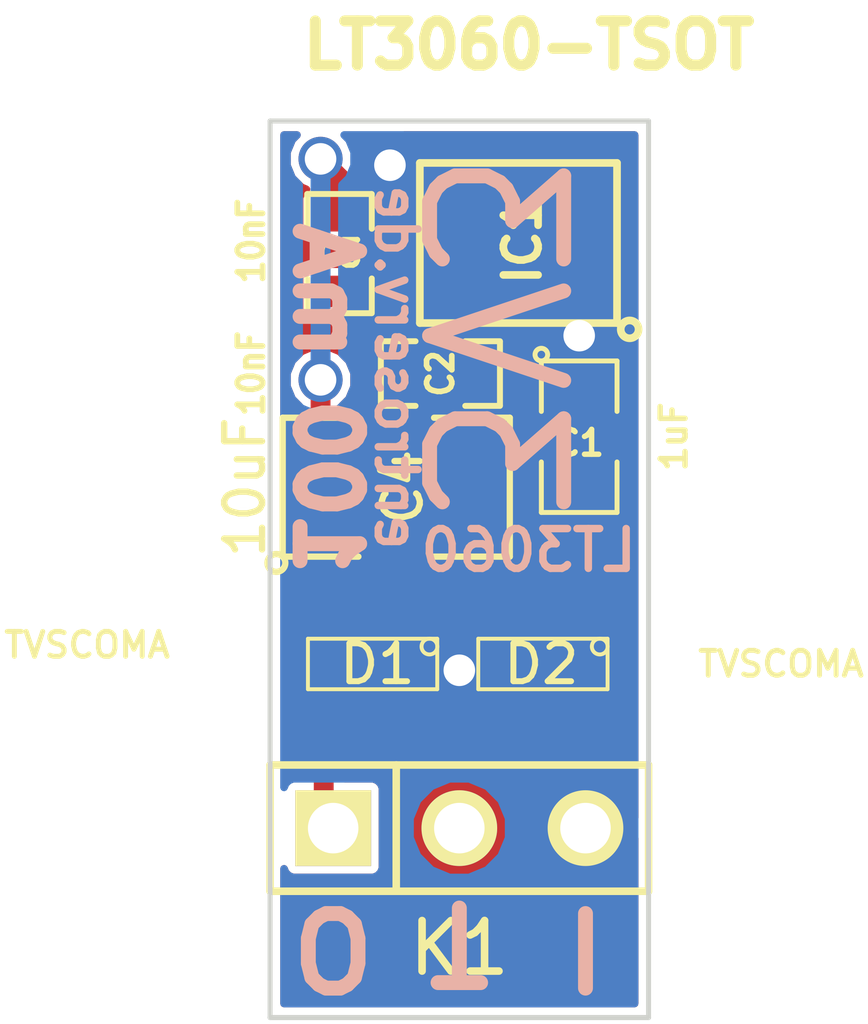
<source format=kicad_pcb>
(kicad_pcb (version 3) (host pcbnew "(2013-07-07 BZR 4022)-stable")

  (general
    (links 19)
    (no_connects 0)
    (area 47.507548 47.0011 65.776452 68.9372)
    (thickness 1.6)
    (drawings 12)
    (tracks 31)
    (zones 0)
    (modules 8)
    (nets 7)
  )

  (page A3)
  (layers
    (15 F.Cu signal)
    (0 B.Cu signal)
    (16 B.Adhes user)
    (17 F.Adhes user)
    (18 B.Paste user)
    (19 F.Paste user)
    (20 B.SilkS user)
    (21 F.SilkS user)
    (22 B.Mask user)
    (23 F.Mask user)
    (24 Dwgs.User user)
    (25 Cmts.User user)
    (26 Eco1.User user)
    (27 Eco2.User user)
    (28 Edge.Cuts user)
  )

  (setup
    (last_trace_width 0.4)
    (trace_clearance 0.154)
    (zone_clearance 0.154)
    (zone_45_only no)
    (trace_min 0.254)
    (segment_width 0.2)
    (edge_width 0.1)
    (via_size 0.889)
    (via_drill 0.635)
    (via_min_size 0.889)
    (via_min_drill 0.508)
    (uvia_size 0.508)
    (uvia_drill 0.127)
    (uvias_allowed no)
    (uvia_min_size 0.508)
    (uvia_min_drill 0.127)
    (pcb_text_width 0.3)
    (pcb_text_size 1.5 1.5)
    (mod_edge_width 0.154)
    (mod_text_size 1 1)
    (mod_text_width 0.15)
    (pad_size 1.5 1.5)
    (pad_drill 0.6)
    (pad_to_mask_clearance 0)
    (aux_axis_origin 0 0)
    (visible_elements 7FFFFFFF)
    (pcbplotparams
      (layerselection 284196865)
      (usegerberextensions true)
      (excludeedgelayer true)
      (linewidth 0.150000)
      (plotframeref false)
      (viasonmask false)
      (mode 1)
      (useauxorigin false)
      (hpglpennumber 1)
      (hpglpenspeed 20)
      (hpglpendiameter 15)
      (hpglpenoverlay 2)
      (psnegative false)
      (psa4output false)
      (plotreference true)
      (plotvalue true)
      (plotothertext true)
      (plotinvisibletext false)
      (padsonsilk false)
      (subtractmaskfromsilk false)
      (outputformat 1)
      (mirror false)
      (drillshape 0)
      (scaleselection 1)
      (outputdirectory ""))
  )

  (net 0 "")
  (net 1 /Vin)
  (net 2 /Vout)
  (net 3 GND)
  (net 4 N-000001)
  (net 5 N-000002)
  (net 6 N-000004)

  (net_class Default "Dies ist die voreingestellte Netzklasse."
    (clearance 0.154)
    (trace_width 0.4)
    (via_dia 0.889)
    (via_drill 0.635)
    (uvia_dia 0.508)
    (uvia_drill 0.127)
    (add_net "")
    (add_net /Vin)
    (add_net /Vout)
    (add_net GND)
    (add_net N-000001)
    (add_net N-000002)
    (add_net N-000004)
  )

  (module SM1210 (layer F.Cu) (tedit 53DE8A50) (tstamp 53DC3E22)
    (at 55.88 56.642)
    (tags "CMS SM")
    (path /53DBB648)
    (attr smd)
    (fp_text reference C4 (at 0.127 0 90) (layer F.SilkS)
      (effects (font (size 0.762 0.762) (thickness 0.127)))
    )
    (fp_text value 10uF (at -3.048 0 90) (layer F.SilkS)
      (effects (font (size 0.762 0.762) (thickness 0.127)))
    )
    (fp_circle (center -2.413 1.524) (end -2.286 1.397) (layer F.SilkS) (width 0.127))
    (fp_line (start -0.762 -1.397) (end -2.286 -1.397) (layer F.SilkS) (width 0.127))
    (fp_line (start -2.286 -1.397) (end -2.286 1.397) (layer F.SilkS) (width 0.127))
    (fp_line (start -2.286 1.397) (end -0.762 1.397) (layer F.SilkS) (width 0.127))
    (fp_line (start 0.762 1.397) (end 2.286 1.397) (layer F.SilkS) (width 0.127))
    (fp_line (start 2.286 1.397) (end 2.286 -1.397) (layer F.SilkS) (width 0.127))
    (fp_line (start 2.286 -1.397) (end 0.762 -1.397) (layer F.SilkS) (width 0.127))
    (pad 1 smd rect (at -1.524 0) (size 1.27 2.54)
      (layers F.Cu F.Paste F.Mask)
      (net 2 /Vout)
    )
    (pad 2 smd rect (at 1.524 0) (size 1.27 2.54)
      (layers F.Cu F.Paste F.Mask)
      (net 3 GND)
    )
    (model smd/chip_cms.wrl
      (at (xyz 0 0 0))
      (scale (xyz 0.17 0.2 0.17))
      (rotate (xyz 0 0 0))
    )
  )

  (module SM0805 (layer F.Cu) (tedit 53DE8A44) (tstamp 53DC3E2F)
    (at 59.563 55.626 270)
    (path /53DBB64E)
    (attr smd)
    (fp_text reference C1 (at 0.127 0 360) (layer F.SilkS)
      (effects (font (size 0.50038 0.50038) (thickness 0.10922)))
    )
    (fp_text value 1uF (at 0 -1.905 270) (layer F.SilkS)
      (effects (font (size 0.50038 0.50038) (thickness 0.10922)))
    )
    (fp_circle (center -1.651 0.762) (end -1.651 0.635) (layer F.SilkS) (width 0.09906))
    (fp_line (start -0.508 0.762) (end -1.524 0.762) (layer F.SilkS) (width 0.09906))
    (fp_line (start -1.524 0.762) (end -1.524 -0.762) (layer F.SilkS) (width 0.09906))
    (fp_line (start -1.524 -0.762) (end -0.508 -0.762) (layer F.SilkS) (width 0.09906))
    (fp_line (start 0.508 -0.762) (end 1.524 -0.762) (layer F.SilkS) (width 0.09906))
    (fp_line (start 1.524 -0.762) (end 1.524 0.762) (layer F.SilkS) (width 0.09906))
    (fp_line (start 1.524 0.762) (end 0.508 0.762) (layer F.SilkS) (width 0.09906))
    (pad 1 smd rect (at -0.9525 0 270) (size 0.889 1.397)
      (layers F.Cu F.Paste F.Mask)
      (net 1 /Vin)
    )
    (pad 2 smd rect (at 0.9525 0 270) (size 0.889 1.397)
      (layers F.Cu F.Paste F.Mask)
      (net 3 GND)
    )
    (model smd/chip_cms.wrl
      (at (xyz 0 0 0))
      (scale (xyz 0.1 0.1 0.1))
      (rotate (xyz 0 0 0))
    )
  )

  (module SM0603_Capa (layer F.Cu) (tedit 53DE8A55) (tstamp 53DC3E3B)
    (at 56.769 54.356)
    (path /53DBB623)
    (attr smd)
    (fp_text reference C2 (at 0 0 90) (layer F.SilkS)
      (effects (font (size 0.508 0.4572) (thickness 0.1143)))
    )
    (fp_text value 10nF (at -3.81 0 90) (layer F.SilkS)
      (effects (font (size 0.508 0.4572) (thickness 0.1143)))
    )
    (fp_line (start 0.50038 0.65024) (end 1.19888 0.65024) (layer F.SilkS) (width 0.11938))
    (fp_line (start -0.50038 0.65024) (end -1.19888 0.65024) (layer F.SilkS) (width 0.11938))
    (fp_line (start 0.50038 -0.65024) (end 1.19888 -0.65024) (layer F.SilkS) (width 0.11938))
    (fp_line (start -1.19888 -0.65024) (end -0.50038 -0.65024) (layer F.SilkS) (width 0.11938))
    (fp_line (start 1.19888 -0.635) (end 1.19888 0.635) (layer F.SilkS) (width 0.11938))
    (fp_line (start -1.19888 0.635) (end -1.19888 -0.635) (layer F.SilkS) (width 0.11938))
    (pad 1 smd rect (at -0.762 0) (size 0.635 1.143)
      (layers F.Cu F.Paste F.Mask)
      (net 4 N-000001)
    )
    (pad 2 smd rect (at 0.762 0) (size 0.635 1.143)
      (layers F.Cu F.Paste F.Mask)
      (net 3 GND)
    )
    (model smd\capacitors\C0603.wrl
      (at (xyz 0 0 0.001))
      (scale (xyz 0.5 0.5 0.5))
      (rotate (xyz 0 0 0))
    )
  )

  (module SM0603_Capa (layer F.Cu) (tedit 53DE8A60) (tstamp 53DC3E47)
    (at 54.737 51.943 270)
    (path /53DBB63F)
    (attr smd)
    (fp_text reference C3 (at 0 0 360) (layer F.SilkS)
      (effects (font (size 0.508 0.4572) (thickness 0.1143)))
    )
    (fp_text value 10nF (at -0.254 1.778 270) (layer F.SilkS)
      (effects (font (size 0.508 0.4572) (thickness 0.1143)))
    )
    (fp_line (start 0.50038 0.65024) (end 1.19888 0.65024) (layer F.SilkS) (width 0.11938))
    (fp_line (start -0.50038 0.65024) (end -1.19888 0.65024) (layer F.SilkS) (width 0.11938))
    (fp_line (start 0.50038 -0.65024) (end 1.19888 -0.65024) (layer F.SilkS) (width 0.11938))
    (fp_line (start -1.19888 -0.65024) (end -0.50038 -0.65024) (layer F.SilkS) (width 0.11938))
    (fp_line (start 1.19888 -0.635) (end 1.19888 0.635) (layer F.SilkS) (width 0.11938))
    (fp_line (start -1.19888 0.635) (end -1.19888 -0.635) (layer F.SilkS) (width 0.11938))
    (pad 1 smd rect (at -0.762 0 270) (size 0.635 1.143)
      (layers F.Cu F.Paste F.Mask)
      (net 2 /Vout)
    )
    (pad 2 smd rect (at 0.762 0 270) (size 0.635 1.143)
      (layers F.Cu F.Paste F.Mask)
      (net 5 N-000002)
    )
    (model smd\capacitors\C0603.wrl
      (at (xyz 0 0 0.001))
      (scale (xyz 0.5 0.5 0.5))
      (rotate (xyz 0 0 0))
    )
  )

  (module PIN_ARRAY_3X1 (layer F.Cu) (tedit 53DE8DD2) (tstamp 53DC3E53)
    (at 57.15 63.5)
    (descr "Connecteur 3 pins")
    (tags "CONN DEV")
    (path /53DBB569)
    (fp_text reference K1 (at 0 2.413) (layer F.SilkS)
      (effects (font (size 1.016 1.016) (thickness 0.1524)))
    )
    (fp_text value CONN_3 (at 0.127 4.699) (layer F.SilkS) hide
      (effects (font (size 1.016 1.016) (thickness 0.1524)))
    )
    (fp_line (start -3.81 1.27) (end -3.81 -1.27) (layer F.SilkS) (width 0.1524))
    (fp_line (start -3.81 -1.27) (end 3.81 -1.27) (layer F.SilkS) (width 0.1524))
    (fp_line (start 3.81 -1.27) (end 3.81 1.27) (layer F.SilkS) (width 0.1524))
    (fp_line (start 3.81 1.27) (end -3.81 1.27) (layer F.SilkS) (width 0.1524))
    (fp_line (start -1.27 -1.27) (end -1.27 1.27) (layer F.SilkS) (width 0.1524))
    (pad 1 thru_hole rect (at -2.54 0) (size 1.524 1.524) (drill 1.016)
      (layers *.Cu *.Mask F.SilkS)
      (net 2 /Vout)
    )
    (pad 2 thru_hole circle (at 0 0) (size 1.524 1.524) (drill 1.016)
      (layers *.Cu *.Mask F.SilkS)
      (net 3 GND)
    )
    (pad 3 thru_hole circle (at 2.54 0) (size 1.524 1.524) (drill 1.016)
      (layers *.Cu *.Mask F.SilkS)
      (net 1 /Vin)
    )
    (model pin_array/pins_array_3x1.wrl
      (at (xyz 0 0 0))
      (scale (xyz 1 1 1))
      (rotate (xyz 0 0 0))
    )
  )

  (module tsot23-8 (layer F.Cu) (tedit 53DE8A36) (tstamp 53DE8AC1)
    (at 59.69 52.705 90)
    (path /53DBE0F4)
    (fp_text reference IC1 (at 1.016 -1.27 90) (layer F.SilkS)
      (effects (font (size 0.7 0.7) (thickness 0.154)))
    )
    (fp_text value LT3060-TSOT (at 4.953 -1.143 360) (layer F.SilkS)
      (effects (font (size 0.889 0.889) (thickness 0.3048)))
    )
    (fp_circle (center -0.762 0.889) (end -0.635 1.016) (layer F.SilkS) (width 0.154))
    (fp_line (start -0.635 0.635) (end 2.58572 0.635) (layer F.SilkS) (width 0.154))
    (fp_line (start 2.58572 0.635) (end 2.58572 -3.33502) (layer F.SilkS) (width 0.154))
    (fp_line (start 2.58572 -3.33502) (end -0.635 -3.33502) (layer F.SilkS) (width 0.154))
    (fp_line (start -0.635 -3.33502) (end -0.635 0.635) (layer F.SilkS) (width 0.154))
    (pad 1 smd rect (at 0 0 90) (size 0.40132 1.3208)
      (layers F.Cu F.Paste F.Mask)
      (net 1 /Vin)
    )
    (pad 2 smd rect (at 0.65024 0 90) (size 0.40132 1.3208)
      (layers F.Cu F.Paste F.Mask)
      (net 3 GND)
    )
    (pad 3 smd rect (at 1.30048 0 90) (size 0.40132 1.3208)
      (layers F.Cu F.Paste F.Mask)
      (net 3 GND)
    )
    (pad 4 smd rect (at 1.95072 0 90) (size 0.40132 1.3208)
      (layers F.Cu F.Paste F.Mask)
      (net 3 GND)
    )
    (pad 5 smd rect (at 1.95072 -2.70002 270) (size 0.40132 1.3208)
      (layers F.Cu F.Paste F.Mask)
      (net 1 /Vin)
    )
    (pad 6 smd rect (at 1.30048 -2.70002 270) (size 0.40132 1.3208)
      (layers F.Cu F.Paste F.Mask)
      (net 2 /Vout)
    )
    (pad 7 smd rect (at 0.65024 -2.70002 270) (size 0.40132 1.3208)
      (layers F.Cu F.Paste F.Mask)
      (net 5 N-000002)
    )
    (pad 8 smd rect (at 0 -2.70002 270) (size 0.40132 1.3208)
      (layers F.Cu F.Paste F.Mask)
      (net 4 N-000001)
    )
  )

  (module SOT23 (layer F.Cu) (tedit 53FE80D9) (tstamp 53FE7FB9)
    (at 58.801 60.198 180)
    (tags SOT23)
    (path /53FE54F9)
    (fp_text reference D2 (at 0 0 180) (layer F.SilkS)
      (effects (font (size 0.762 0.762) (thickness 0.11938)))
    )
    (fp_text value TVSCOMA (at -4.826 0 180) (layer F.SilkS)
      (effects (font (size 0.50038 0.50038) (thickness 0.09906)))
    )
    (fp_circle (center -1.17602 0.35052) (end -1.30048 0.44958) (layer F.SilkS) (width 0.07874))
    (fp_line (start 1.27 -0.508) (end 1.27 0.508) (layer F.SilkS) (width 0.07874))
    (fp_line (start -1.3335 -0.508) (end -1.3335 0.508) (layer F.SilkS) (width 0.07874))
    (fp_line (start 1.27 0.508) (end -1.3335 0.508) (layer F.SilkS) (width 0.07874))
    (fp_line (start -1.3335 -0.508) (end 1.27 -0.508) (layer F.SilkS) (width 0.07874))
    (pad 3 smd rect (at 0 -1.09982 180) (size 0.8001 1.00076)
      (layers F.Cu F.Paste F.Mask)
      (net 6 N-000004)
    )
    (pad 2 smd rect (at 0.9525 1.09982 180) (size 0.8001 1.00076)
      (layers F.Cu F.Paste F.Mask)
      (net 3 GND)
    )
    (pad 1 smd rect (at -0.9525 1.09982 180) (size 0.8001 1.00076)
      (layers F.Cu F.Paste F.Mask)
      (net 3 GND)
    )
    (model smd\SOT23_3.wrl
      (at (xyz 0 0 0))
      (scale (xyz 0.4 0.4 0.4))
      (rotate (xyz 0 0 180))
    )
  )

  (module SOT23 (layer F.Cu) (tedit 53FE80D1) (tstamp 53FE7FC6)
    (at 55.372 60.198 180)
    (tags SOT23)
    (path /53FE53A3)
    (fp_text reference D1 (at -0.127 0 180) (layer F.SilkS)
      (effects (font (size 0.762 0.762) (thickness 0.11938)))
    )
    (fp_text value TVSCOMA (at 5.715 0.381 180) (layer F.SilkS)
      (effects (font (size 0.50038 0.50038) (thickness 0.09906)))
    )
    (fp_circle (center -1.17602 0.35052) (end -1.30048 0.44958) (layer F.SilkS) (width 0.07874))
    (fp_line (start 1.27 -0.508) (end 1.27 0.508) (layer F.SilkS) (width 0.07874))
    (fp_line (start -1.3335 -0.508) (end -1.3335 0.508) (layer F.SilkS) (width 0.07874))
    (fp_line (start 1.27 0.508) (end -1.3335 0.508) (layer F.SilkS) (width 0.07874))
    (fp_line (start -1.3335 -0.508) (end 1.27 -0.508) (layer F.SilkS) (width 0.07874))
    (pad 3 smd rect (at 0 -1.09982 180) (size 0.8001 1.00076)
      (layers F.Cu F.Paste F.Mask)
      (net 6 N-000004)
    )
    (pad 2 smd rect (at 0.9525 1.09982 180) (size 0.8001 1.00076)
      (layers F.Cu F.Paste F.Mask)
      (net 2 /Vout)
    )
    (pad 1 smd rect (at -0.9525 1.09982 180) (size 0.8001 1.00076)
      (layers F.Cu F.Paste F.Mask)
      (net 1 /Vin)
    )
    (model smd\SOT23_3.wrl
      (at (xyz 0 0 0))
      (scale (xyz 0.4 0.4 0.4))
      (rotate (xyz 0 0 180))
    )
  )

  (gr_line (start 53.34 67.31) (end 53.34 49.276) (angle 90) (layer Edge.Cuts) (width 0.1))
  (gr_line (start 60.96 67.31) (end 53.34 67.31) (angle 90) (layer Edge.Cuts) (width 0.1))
  (gr_line (start 60.96 49.276) (end 60.96 67.31) (angle 90) (layer Edge.Cuts) (width 0.1))
  (gr_text I (at 59.69 66.04) (layer B.SilkS)
    (effects (font (size 1.5 1.5) (thickness 0.3)) (justify mirror))
  )
  (gr_text T (at 57.15 65.786 180) (layer B.SilkS)
    (effects (font (size 1.5 1.5) (thickness 0.3)) (justify mirror))
  )
  (gr_text O (at 54.61 66.04) (layer B.SilkS)
    (effects (font (size 1.5 1.5) (thickness 0.3)) (justify mirror))
  )
  (gr_text entroserv.de (at 55.88 54.229 270) (layer B.SilkS)
    (effects (font (size 0.8 0.8) (thickness 0.15)) (justify mirror))
  )
  (gr_text LT3060 (at 58.547 57.912) (layer B.SilkS)
    (effects (font (size 0.8 0.8) (thickness 0.15)) (justify mirror))
  )
  (gr_text "100 mA" (at 54.483 54.864 270) (layer B.SilkS)
    (effects (font (size 1.2 1.2) (thickness 0.3)) (justify mirror))
  )
  (gr_line (start 60.96 67.31) (end 53.34 67.31) (angle 90) (layer Edge.Cuts) (width 0.1))
  (gr_line (start 53.34 49.276) (end 60.96 49.276) (angle 90) (layer Edge.Cuts) (width 0.1))
  (gr_text 3V3 (at 57.785 53.594 270) (layer B.SilkS)
    (effects (font (size 2.7 2.7) (thickness 0.3)) (justify mirror))
  )

  (segment (start 56.3245 59.09818) (end 56.3245 59.4995) (width 0.4) (layer F.Cu) (net 1))
  (segment (start 57.15 60.325) (end 57.277 60.325) (width 0.4) (layer B.Cu) (net 1) (tstamp 53FE809C))
  (via (at 57.15 60.325) (size 0.889) (layers F.Cu B.Cu) (net 1))
  (segment (start 56.3245 59.4995) (end 57.15 60.325) (width 0.4) (layer F.Cu) (net 1) (tstamp 53FE8095))
  (segment (start 56.98998 50.75428) (end 56.34228 50.75428) (width 0.4) (layer F.Cu) (net 1))
  (via (at 55.753 50.165) (size 0.889) (layers F.Cu B.Cu) (net 1))
  (segment (start 56.34228 50.75428) (end 55.753 50.165) (width 0.4) (layer F.Cu) (net 1) (tstamp 53DE81FC))
  (segment (start 59.563 53.594) (end 59.563 52.832) (width 0.4) (layer F.Cu) (net 1))
  (via (at 59.563 53.594) (size 0.889) (layers F.Cu B.Cu) (net 1))
  (segment (start 59.563 54.6735) (end 59.563 53.594) (width 0.4) (layer F.Cu) (net 1))
  (segment (start 59.563 52.832) (end 59.69 52.705) (width 0.4) (layer F.Cu) (net 1) (tstamp 53DE861F))
  (segment (start 54.4195 59.09818) (end 54.4195 63.3095) (width 0.4) (layer F.Cu) (net 2))
  (segment (start 54.4195 63.3095) (end 54.61 63.5) (width 0.4) (layer F.Cu) (net 2) (tstamp 53FE8092))
  (segment (start 54.356 56.642) (end 54.356 59.03468) (width 0.4) (layer F.Cu) (net 2))
  (segment (start 54.356 59.03468) (end 54.4195 59.09818) (width 0.4) (layer F.Cu) (net 2) (tstamp 53FE808F))
  (segment (start 54.356 56.642) (end 54.356 54.483) (width 0.4) (layer F.Cu) (net 2))
  (via (at 54.356 54.483) (size 0.889) (layers F.Cu B.Cu) (net 2))
  (segment (start 54.356 54.483) (end 54.356 50.038) (width 0.4) (layer B.Cu) (net 2) (tstamp 53DE8330))
  (via (at 54.356 50.038) (size 0.889) (layers F.Cu B.Cu) (net 2))
  (segment (start 54.356 50.038) (end 54.737 50.419) (width 0.4) (layer F.Cu) (net 2) (tstamp 53DE8335))
  (segment (start 54.737 50.419) (end 54.737 51.181) (width 0.4) (layer F.Cu) (net 2) (tstamp 53DE8336))
  (segment (start 56.98998 51.40452) (end 55.97652 51.40452) (width 0.4) (layer F.Cu) (net 2))
  (segment (start 55.753 51.181) (end 54.737 51.181) (width 0.4) (layer F.Cu) (net 2) (tstamp 53DE81C5))
  (segment (start 55.97652 51.40452) (end 55.753 51.181) (width 0.4) (layer F.Cu) (net 2) (tstamp 53DE81C2))
  (segment (start 56.007 54.356) (end 56.007 53.086) (width 0.4) (layer F.Cu) (net 4))
  (segment (start 56.388 52.705) (end 56.98998 52.705) (width 0.4) (layer F.Cu) (net 4) (tstamp 53DE8304))
  (segment (start 56.007 53.086) (end 56.388 52.705) (width 0.4) (layer F.Cu) (net 4) (tstamp 53DE8302))
  (segment (start 56.98998 52.05476) (end 56.02224 52.05476) (width 0.4) (layer F.Cu) (net 5))
  (segment (start 55.372 52.705) (end 54.737 52.705) (width 0.4) (layer F.Cu) (net 5) (tstamp 53DE82F9))
  (segment (start 56.02224 52.05476) (end 55.372 52.705) (width 0.4) (layer F.Cu) (net 5) (tstamp 53DE82F6))
  (segment (start 58.801 61.29782) (end 55.372 61.29782) (width 0.4) (layer F.Cu) (net 6))

  (zone (net 3) (net_name GND) (layer F.Cu) (tstamp 53FE39FD) (hatch edge 0.508)
    (connect_pads yes (clearance 0.154))
    (min_thickness 0.154)
    (fill (arc_segments 16) (thermal_gap 0.508) (thermal_bridge_width 0.508))
    (polygon
      (pts
        (xy 60.96 67.31) (xy 53.34 67.31) (xy 53.34 49.276) (xy 60.96 49.276)
      )
    )
    (filled_polygon
      (pts
        (xy 60.679 67.029) (xy 53.621 67.029) (xy 53.621 64.317522) (xy 53.652054 64.39268) (xy 53.716979 64.457717)
        (xy 53.80185 64.492959) (xy 53.893747 64.493039) (xy 55.417747 64.493039) (xy 55.50268 64.457946) (xy 55.567717 64.393021)
        (xy 55.602959 64.30815) (xy 55.603039 64.216253) (xy 55.603039 62.692253) (xy 55.567946 62.60732) (xy 55.503021 62.542283)
        (xy 55.41815 62.507041) (xy 55.326253 62.506961) (xy 54.8505 62.506961) (xy 54.8505 61.997891) (xy 54.9258 62.029159)
        (xy 55.017697 62.029239) (xy 55.817797 62.029239) (xy 55.90273 61.994146) (xy 55.967767 61.929221) (xy 56.003009 61.84435)
        (xy 56.003089 61.752453) (xy 56.003089 61.72882) (xy 58.169911 61.72882) (xy 58.169911 61.843947) (xy 58.205004 61.92888)
        (xy 58.269929 61.993917) (xy 58.3548 62.029159) (xy 58.446697 62.029239) (xy 59.246797 62.029239) (xy 59.33173 61.994146)
        (xy 59.396767 61.929221) (xy 59.432009 61.84435) (xy 59.432089 61.752453) (xy 59.432089 60.751693) (xy 59.396996 60.66676)
        (xy 59.332071 60.601723) (xy 59.2472 60.566481) (xy 59.155303 60.566401) (xy 58.355203 60.566401) (xy 58.27027 60.601494)
        (xy 58.205233 60.666419) (xy 58.169991 60.75129) (xy 58.169911 60.843187) (xy 58.169911 60.86682) (xy 57.563369 60.86682)
        (xy 57.722327 60.70814) (xy 57.825383 60.459955) (xy 57.825617 60.191224) (xy 57.722995 59.94286) (xy 57.53314 59.752673)
        (xy 57.284955 59.649617) (xy 57.083967 59.649441) (xy 56.955589 59.521063) (xy 56.955589 58.552053) (xy 56.920496 58.46712)
        (xy 56.855571 58.402083) (xy 56.7707 58.366841) (xy 56.678803 58.366761) (xy 55.878703 58.366761) (xy 55.79377 58.401854)
        (xy 55.728733 58.466779) (xy 55.693491 58.55165) (xy 55.693411 58.643547) (xy 55.693411 59.644307) (xy 55.728504 59.72924)
        (xy 55.793429 59.794277) (xy 55.8783 59.829519) (xy 55.970197 59.829599) (xy 56.045073 59.829599) (xy 56.474556 60.259082)
        (xy 56.474383 60.458776) (xy 56.577005 60.70714) (xy 56.736406 60.86682) (xy 56.003089 60.86682) (xy 56.003089 60.751693)
        (xy 55.967996 60.66676) (xy 55.903071 60.601723) (xy 55.8182 60.566481) (xy 55.726303 60.566401) (xy 54.926203 60.566401)
        (xy 54.8505 60.59768) (xy 54.8505 59.829599) (xy 54.865297 59.829599) (xy 54.95023 59.794506) (xy 55.015267 59.729581)
        (xy 55.050509 59.64471) (xy 55.050589 59.552813) (xy 55.050589 58.552053) (xy 55.015496 58.46712) (xy 54.950571 58.402083)
        (xy 54.8657 58.366841) (xy 54.787 58.366772) (xy 54.787 58.143039) (xy 55.036747 58.143039) (xy 55.12168 58.107946)
        (xy 55.186717 58.043021) (xy 55.221959 57.95815) (xy 55.222039 57.866253) (xy 55.222039 55.326253) (xy 55.186946 55.24132)
        (xy 55.122021 55.176283) (xy 55.03715 55.141041) (xy 54.945253 55.140961) (xy 54.787 55.140961) (xy 54.787 55.00722)
        (xy 54.928327 54.86614) (xy 55.031383 54.617955) (xy 55.031617 54.349224) (xy 54.928995 54.10086) (xy 54.73914 53.910673)
        (xy 54.490955 53.807617) (xy 54.222224 53.807383) (xy 53.97386 53.910005) (xy 53.783673 54.09986) (xy 53.680617 54.348045)
        (xy 53.680383 54.616776) (xy 53.783005 54.86514) (xy 53.925 55.007383) (xy 53.925 55.140961) (xy 53.675253 55.140961)
        (xy 53.621 55.163377) (xy 53.621 49.557) (xy 53.881704 49.557) (xy 53.783673 49.65486) (xy 53.680617 49.903045)
        (xy 53.680383 50.171776) (xy 53.783005 50.42014) (xy 53.97286 50.610327) (xy 54.072842 50.651843) (xy 54.03482 50.667554)
        (xy 53.969783 50.732479) (xy 53.934541 50.81735) (xy 53.934461 50.909247) (xy 53.934461 51.544247) (xy 53.969554 51.62918)
        (xy 54.034479 51.694217) (xy 54.11935 51.729459) (xy 54.211247 51.729539) (xy 55.354247 51.729539) (xy 55.43918 51.694446)
        (xy 55.504217 51.629521) (xy 55.511492 51.612) (xy 55.574474 51.612) (xy 55.671757 51.709283) (xy 55.725083 51.744914)
        (xy 55.717477 51.749997) (xy 55.310971 52.156502) (xy 55.262753 52.156461) (xy 54.119753 52.156461) (xy 54.03482 52.191554)
        (xy 53.969783 52.256479) (xy 53.934541 52.34135) (xy 53.934461 52.433247) (xy 53.934461 53.068247) (xy 53.969554 53.15318)
        (xy 54.034479 53.218217) (xy 54.11935 53.253459) (xy 54.211247 53.253539) (xy 55.354247 53.253539) (xy 55.43918 53.218446)
        (xy 55.504217 53.153521) (xy 55.524051 53.105755) (xy 55.524051 53.105754) (xy 55.536936 53.103192) (xy 55.536937 53.103192)
        (xy 55.578043 53.075725) (xy 55.576 53.086) (xy 55.576 53.581455) (xy 55.55882 53.588554) (xy 55.493783 53.653479)
        (xy 55.458541 53.73835) (xy 55.458461 53.830247) (xy 55.458461 54.973247) (xy 55.493554 55.05818) (xy 55.558479 55.123217)
        (xy 55.64335 55.158459) (xy 55.735247 55.158539) (xy 56.370247 55.158539) (xy 56.45518 55.123446) (xy 56.520217 55.058521)
        (xy 56.555459 54.97365) (xy 56.555539 54.881753) (xy 56.555539 53.738753) (xy 56.520446 53.65382) (xy 56.455521 53.588783)
        (xy 56.438 53.581507) (xy 56.438 53.264526) (xy 56.565827 53.136699) (xy 57.696127 53.136699) (xy 57.78106 53.101606)
        (xy 57.846097 53.036681) (xy 57.881339 52.95181) (xy 57.881419 52.859913) (xy 57.881419 52.458593) (xy 57.848858 52.379789)
        (xy 57.881339 52.30157) (xy 57.881419 52.209673) (xy 57.881419 51.808353) (xy 57.848858 51.729549) (xy 57.881339 51.65133)
        (xy 57.881419 51.559433) (xy 57.881419 51.158113) (xy 57.848858 51.079309) (xy 57.881339 51.00109) (xy 57.881419 50.909193)
        (xy 57.881419 50.507873) (xy 57.846326 50.42294) (xy 57.781401 50.357903) (xy 57.69653 50.322661) (xy 57.604633 50.322581)
        (xy 56.520107 50.322581) (xy 56.428443 50.230917) (xy 56.428617 50.031224) (xy 56.325995 49.78286) (xy 56.13614 49.592673)
        (xy 56.05023 49.557) (xy 60.679 49.557) (xy 60.679 63.29325) (xy 60.581439 63.057134) (xy 60.581439 52.859913)
        (xy 60.581439 52.458593) (xy 60.546346 52.37366) (xy 60.481421 52.308623) (xy 60.39655 52.273381) (xy 60.304653 52.273301)
        (xy 58.983853 52.273301) (xy 58.89892 52.308394) (xy 58.833883 52.373319) (xy 58.798641 52.45819) (xy 58.798561 52.550087)
        (xy 58.798561 52.951407) (xy 58.833654 53.03634) (xy 58.898579 53.101377) (xy 58.98345 53.136619) (xy 59.064972 53.136689)
        (xy 58.990673 53.21086) (xy 58.887617 53.459045) (xy 58.887383 53.727776) (xy 58.990005 53.97614) (xy 59.011787 53.997961)
        (xy 58.818753 53.997961) (xy 58.73382 54.033054) (xy 58.668783 54.097979) (xy 58.633541 54.18285) (xy 58.633461 54.274747)
        (xy 58.633461 55.163747) (xy 58.668554 55.24868) (xy 58.733479 55.313717) (xy 58.81835 55.348959) (xy 58.910247 55.349039)
        (xy 60.307247 55.349039) (xy 60.39218 55.313946) (xy 60.457217 55.249021) (xy 60.492459 55.16415) (xy 60.492539 55.072253)
        (xy 60.492539 54.183253) (xy 60.457446 54.09832) (xy 60.392521 54.033283) (xy 60.30765 53.998041) (xy 60.215753 53.997961)
        (xy 60.114469 53.997961) (xy 60.135327 53.97714) (xy 60.238383 53.728955) (xy 60.238617 53.460224) (xy 60.135995 53.21186)
        (xy 60.060965 53.136699) (xy 60.396147 53.136699) (xy 60.48108 53.101606) (xy 60.546117 53.036681) (xy 60.581359 52.95181)
        (xy 60.581439 52.859913) (xy 60.581439 63.057134) (xy 60.532315 62.938246) (xy 60.253224 62.658666) (xy 59.888386 62.507173)
        (xy 59.493347 62.506828) (xy 59.128246 62.657685) (xy 58.848666 62.936776) (xy 58.697173 63.301614) (xy 58.696828 63.696653)
        (xy 58.847685 64.061754) (xy 59.126776 64.341334) (xy 59.491614 64.492827) (xy 59.886653 64.493172) (xy 60.251754 64.342315)
        (xy 60.531334 64.063224) (xy 60.679 63.707602) (xy 60.679 67.029)
      )
    )
  )
  (zone (net 1) (net_name /Vin) (layer B.Cu) (tstamp 53DE823E) (hatch edge 0.508)
    (connect_pads yes (clearance 0.154))
    (min_thickness 0.154)
    (fill (arc_segments 16) (thermal_gap 0.508) (thermal_bridge_width 0.508))
    (polygon
      (pts
        (xy 60.96 67.31) (xy 53.34 67.31) (xy 53.34 49.276) (xy 60.96 49.276)
      )
    )
    (filled_polygon
      (pts
        (xy 60.679 67.029) (xy 58.143172 67.029) (xy 58.143172 63.303347) (xy 57.992315 62.938246) (xy 57.713224 62.658666)
        (xy 57.348386 62.507173) (xy 56.953347 62.506828) (xy 56.588246 62.657685) (xy 56.308666 62.936776) (xy 56.157173 63.301614)
        (xy 56.156828 63.696653) (xy 56.307685 64.061754) (xy 56.586776 64.341334) (xy 56.951614 64.492827) (xy 57.346653 64.493172)
        (xy 57.711754 64.342315) (xy 57.991334 64.063224) (xy 58.142827 63.698386) (xy 58.143172 63.303347) (xy 58.143172 67.029)
        (xy 53.621 67.029) (xy 53.621 64.317522) (xy 53.652054 64.39268) (xy 53.716979 64.457717) (xy 53.80185 64.492959)
        (xy 53.893747 64.493039) (xy 55.417747 64.493039) (xy 55.50268 64.457946) (xy 55.567717 64.393021) (xy 55.602959 64.30815)
        (xy 55.603039 64.216253) (xy 55.603039 62.692253) (xy 55.567946 62.60732) (xy 55.503021 62.542283) (xy 55.41815 62.507041)
        (xy 55.326253 62.506961) (xy 53.802253 62.506961) (xy 53.71732 62.542054) (xy 53.652283 62.606979) (xy 53.621 62.682315)
        (xy 53.621 49.557) (xy 53.881704 49.557) (xy 53.783673 49.65486) (xy 53.680617 49.903045) (xy 53.680383 50.171776)
        (xy 53.783005 50.42014) (xy 53.925 50.562383) (xy 53.925 53.958779) (xy 53.783673 54.09986) (xy 53.680617 54.348045)
        (xy 53.680383 54.616776) (xy 53.783005 54.86514) (xy 53.97286 55.055327) (xy 54.221045 55.158383) (xy 54.489776 55.158617)
        (xy 54.73814 55.055995) (xy 54.928327 54.86614) (xy 55.031383 54.617955) (xy 55.031617 54.349224) (xy 54.928995 54.10086)
        (xy 54.787 53.958616) (xy 54.787 50.56222) (xy 54.928327 50.42114) (xy 55.031383 50.172955) (xy 55.031617 49.904224)
        (xy 54.928995 49.65586) (xy 54.830307 49.557) (xy 60.679 49.557) (xy 60.679 67.029)
      )
    )
  )
)

</source>
